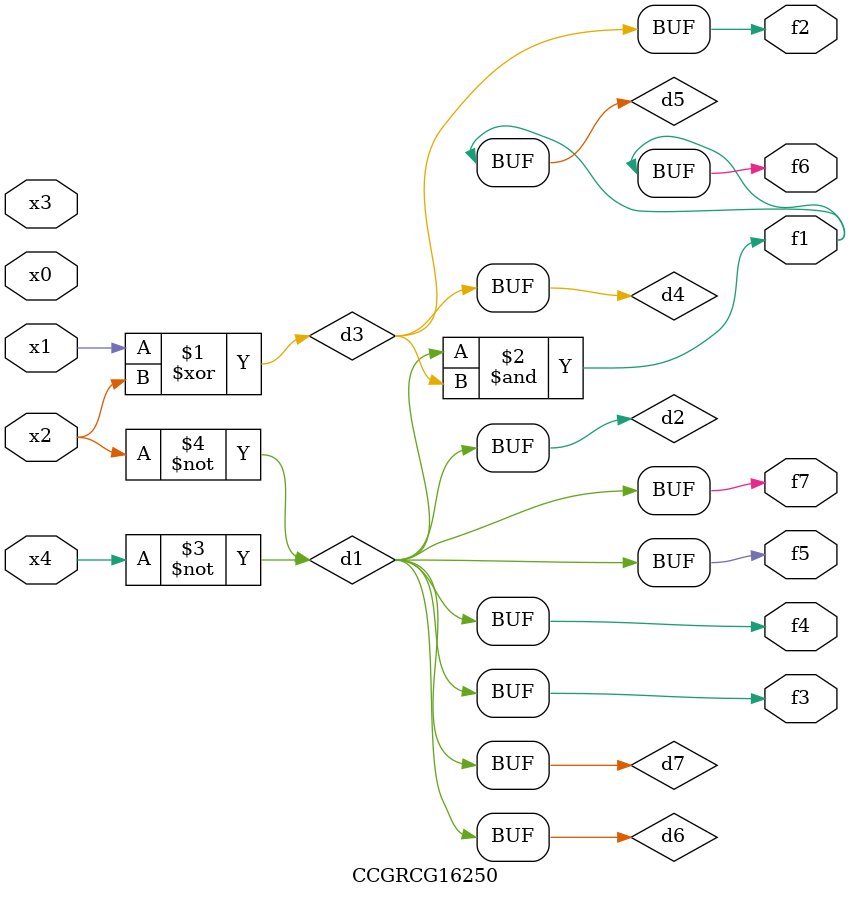
<source format=v>
module CCGRCG16250(
	input x0, x1, x2, x3, x4,
	output f1, f2, f3, f4, f5, f6, f7
);

	wire d1, d2, d3, d4, d5, d6, d7;

	not (d1, x4);
	not (d2, x2);
	xor (d3, x1, x2);
	buf (d4, d3);
	and (d5, d1, d3);
	buf (d6, d1, d2);
	buf (d7, d2);
	assign f1 = d5;
	assign f2 = d4;
	assign f3 = d7;
	assign f4 = d7;
	assign f5 = d7;
	assign f6 = d5;
	assign f7 = d7;
endmodule

</source>
